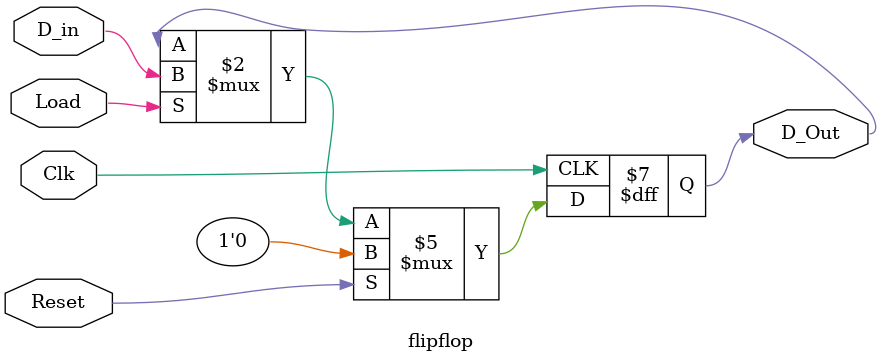
<source format=sv>
module flipflop(
					input  logic Clk, Reset, Load,
               input  logic D_in,
               output logic D_Out
					);

    always_ff @ (posedge Clk)
    begin
	 	 if (Reset) 
			  D_Out <= 1'b0; 
		 else if (Load)
			  D_Out <= D_in;
    end
endmodule
</source>
